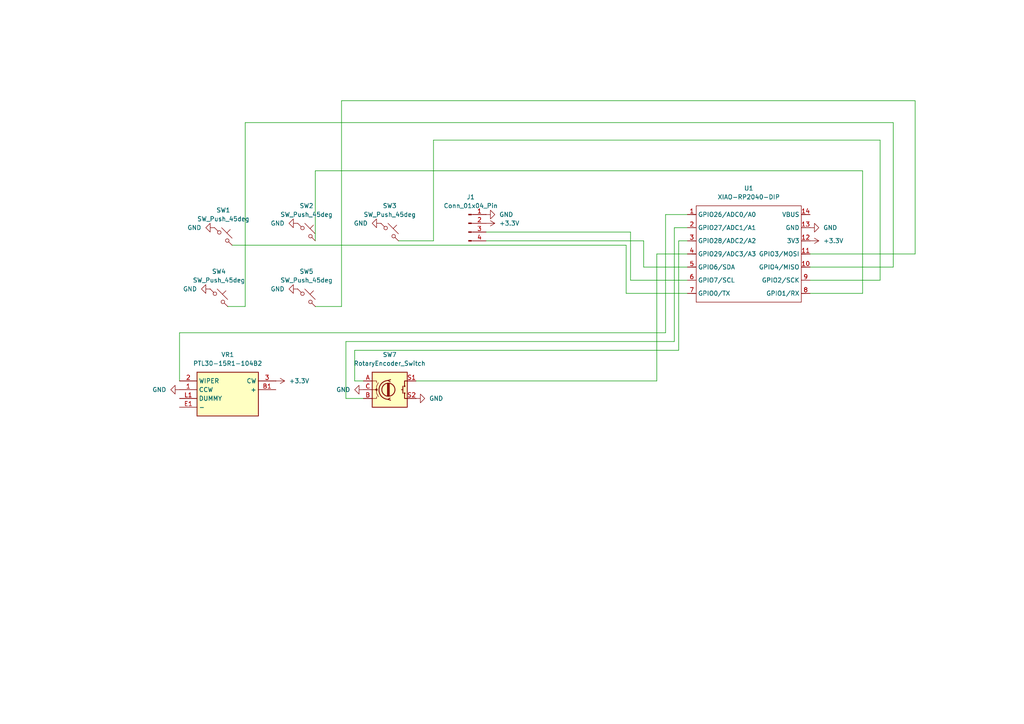
<source format=kicad_sch>
(kicad_sch
	(version 20250114)
	(generator "eeschema")
	(generator_version "9.0")
	(uuid "0bcc4599-ac5f-4008-9ebc-203a7c35b57e")
	(paper "A4")
	(lib_symbols
		(symbol "Connector:Conn_01x04_Pin"
			(pin_names
				(offset 1.016)
				(hide yes)
			)
			(exclude_from_sim no)
			(in_bom yes)
			(on_board yes)
			(property "Reference" "J"
				(at 0 5.08 0)
				(effects
					(font
						(size 1.27 1.27)
					)
				)
			)
			(property "Value" "Conn_01x04_Pin"
				(at 0 -7.62 0)
				(effects
					(font
						(size 1.27 1.27)
					)
				)
			)
			(property "Footprint" ""
				(at 0 0 0)
				(effects
					(font
						(size 1.27 1.27)
					)
					(hide yes)
				)
			)
			(property "Datasheet" "~"
				(at 0 0 0)
				(effects
					(font
						(size 1.27 1.27)
					)
					(hide yes)
				)
			)
			(property "Description" "Generic connector, single row, 01x04, script generated"
				(at 0 0 0)
				(effects
					(font
						(size 1.27 1.27)
					)
					(hide yes)
				)
			)
			(property "ki_locked" ""
				(at 0 0 0)
				(effects
					(font
						(size 1.27 1.27)
					)
				)
			)
			(property "ki_keywords" "connector"
				(at 0 0 0)
				(effects
					(font
						(size 1.27 1.27)
					)
					(hide yes)
				)
			)
			(property "ki_fp_filters" "Connector*:*_1x??_*"
				(at 0 0 0)
				(effects
					(font
						(size 1.27 1.27)
					)
					(hide yes)
				)
			)
			(symbol "Conn_01x04_Pin_1_1"
				(rectangle
					(start 0.8636 2.667)
					(end 0 2.413)
					(stroke
						(width 0.1524)
						(type default)
					)
					(fill
						(type outline)
					)
				)
				(rectangle
					(start 0.8636 0.127)
					(end 0 -0.127)
					(stroke
						(width 0.1524)
						(type default)
					)
					(fill
						(type outline)
					)
				)
				(rectangle
					(start 0.8636 -2.413)
					(end 0 -2.667)
					(stroke
						(width 0.1524)
						(type default)
					)
					(fill
						(type outline)
					)
				)
				(rectangle
					(start 0.8636 -4.953)
					(end 0 -5.207)
					(stroke
						(width 0.1524)
						(type default)
					)
					(fill
						(type outline)
					)
				)
				(polyline
					(pts
						(xy 1.27 2.54) (xy 0.8636 2.54)
					)
					(stroke
						(width 0.1524)
						(type default)
					)
					(fill
						(type none)
					)
				)
				(polyline
					(pts
						(xy 1.27 0) (xy 0.8636 0)
					)
					(stroke
						(width 0.1524)
						(type default)
					)
					(fill
						(type none)
					)
				)
				(polyline
					(pts
						(xy 1.27 -2.54) (xy 0.8636 -2.54)
					)
					(stroke
						(width 0.1524)
						(type default)
					)
					(fill
						(type none)
					)
				)
				(polyline
					(pts
						(xy 1.27 -5.08) (xy 0.8636 -5.08)
					)
					(stroke
						(width 0.1524)
						(type default)
					)
					(fill
						(type none)
					)
				)
				(pin passive line
					(at 5.08 2.54 180)
					(length 3.81)
					(name "Pin_1"
						(effects
							(font
								(size 1.27 1.27)
							)
						)
					)
					(number "1"
						(effects
							(font
								(size 1.27 1.27)
							)
						)
					)
				)
				(pin passive line
					(at 5.08 0 180)
					(length 3.81)
					(name "Pin_2"
						(effects
							(font
								(size 1.27 1.27)
							)
						)
					)
					(number "2"
						(effects
							(font
								(size 1.27 1.27)
							)
						)
					)
				)
				(pin passive line
					(at 5.08 -2.54 180)
					(length 3.81)
					(name "Pin_3"
						(effects
							(font
								(size 1.27 1.27)
							)
						)
					)
					(number "3"
						(effects
							(font
								(size 1.27 1.27)
							)
						)
					)
				)
				(pin passive line
					(at 5.08 -5.08 180)
					(length 3.81)
					(name "Pin_4"
						(effects
							(font
								(size 1.27 1.27)
							)
						)
					)
					(number "4"
						(effects
							(font
								(size 1.27 1.27)
							)
						)
					)
				)
			)
			(embedded_fonts no)
		)
		(symbol "Device:RotaryEncoder_Switch"
			(pin_names
				(offset 0.254)
				(hide yes)
			)
			(exclude_from_sim no)
			(in_bom yes)
			(on_board yes)
			(property "Reference" "SW"
				(at 0 6.604 0)
				(effects
					(font
						(size 1.27 1.27)
					)
				)
			)
			(property "Value" "RotaryEncoder_Switch"
				(at 0 -6.604 0)
				(effects
					(font
						(size 1.27 1.27)
					)
				)
			)
			(property "Footprint" ""
				(at -3.81 4.064 0)
				(effects
					(font
						(size 1.27 1.27)
					)
					(hide yes)
				)
			)
			(property "Datasheet" "~"
				(at 0 6.604 0)
				(effects
					(font
						(size 1.27 1.27)
					)
					(hide yes)
				)
			)
			(property "Description" "Rotary encoder, dual channel, incremental quadrate outputs, with switch"
				(at 0 0 0)
				(effects
					(font
						(size 1.27 1.27)
					)
					(hide yes)
				)
			)
			(property "ki_keywords" "rotary switch encoder switch push button"
				(at 0 0 0)
				(effects
					(font
						(size 1.27 1.27)
					)
					(hide yes)
				)
			)
			(property "ki_fp_filters" "RotaryEncoder*Switch*"
				(at 0 0 0)
				(effects
					(font
						(size 1.27 1.27)
					)
					(hide yes)
				)
			)
			(symbol "RotaryEncoder_Switch_0_1"
				(rectangle
					(start -5.08 5.08)
					(end 5.08 -5.08)
					(stroke
						(width 0.254)
						(type default)
					)
					(fill
						(type background)
					)
				)
				(polyline
					(pts
						(xy -5.08 2.54) (xy -3.81 2.54) (xy -3.81 2.032)
					)
					(stroke
						(width 0)
						(type default)
					)
					(fill
						(type none)
					)
				)
				(polyline
					(pts
						(xy -5.08 0) (xy -3.81 0) (xy -3.81 -1.016) (xy -3.302 -2.032)
					)
					(stroke
						(width 0)
						(type default)
					)
					(fill
						(type none)
					)
				)
				(polyline
					(pts
						(xy -5.08 -2.54) (xy -3.81 -2.54) (xy -3.81 -2.032)
					)
					(stroke
						(width 0)
						(type default)
					)
					(fill
						(type none)
					)
				)
				(polyline
					(pts
						(xy -4.318 0) (xy -3.81 0) (xy -3.81 1.016) (xy -3.302 2.032)
					)
					(stroke
						(width 0)
						(type default)
					)
					(fill
						(type none)
					)
				)
				(circle
					(center -3.81 0)
					(radius 0.254)
					(stroke
						(width 0)
						(type default)
					)
					(fill
						(type outline)
					)
				)
				(polyline
					(pts
						(xy -0.635 -1.778) (xy -0.635 1.778)
					)
					(stroke
						(width 0.254)
						(type default)
					)
					(fill
						(type none)
					)
				)
				(circle
					(center -0.381 0)
					(radius 1.905)
					(stroke
						(width 0.254)
						(type default)
					)
					(fill
						(type none)
					)
				)
				(polyline
					(pts
						(xy -0.381 -1.778) (xy -0.381 1.778)
					)
					(stroke
						(width 0.254)
						(type default)
					)
					(fill
						(type none)
					)
				)
				(arc
					(start -0.381 -2.794)
					(mid -3.0988 -0.0635)
					(end -0.381 2.667)
					(stroke
						(width 0.254)
						(type default)
					)
					(fill
						(type none)
					)
				)
				(polyline
					(pts
						(xy -0.127 1.778) (xy -0.127 -1.778)
					)
					(stroke
						(width 0.254)
						(type default)
					)
					(fill
						(type none)
					)
				)
				(polyline
					(pts
						(xy 0.254 2.921) (xy -0.508 2.667) (xy 0.127 2.286)
					)
					(stroke
						(width 0.254)
						(type default)
					)
					(fill
						(type none)
					)
				)
				(polyline
					(pts
						(xy 0.254 -3.048) (xy -0.508 -2.794) (xy 0.127 -2.413)
					)
					(stroke
						(width 0.254)
						(type default)
					)
					(fill
						(type none)
					)
				)
				(polyline
					(pts
						(xy 3.81 1.016) (xy 3.81 -1.016)
					)
					(stroke
						(width 0.254)
						(type default)
					)
					(fill
						(type none)
					)
				)
				(polyline
					(pts
						(xy 3.81 0) (xy 3.429 0)
					)
					(stroke
						(width 0.254)
						(type default)
					)
					(fill
						(type none)
					)
				)
				(circle
					(center 4.318 1.016)
					(radius 0.127)
					(stroke
						(width 0.254)
						(type default)
					)
					(fill
						(type none)
					)
				)
				(circle
					(center 4.318 -1.016)
					(radius 0.127)
					(stroke
						(width 0.254)
						(type default)
					)
					(fill
						(type none)
					)
				)
				(polyline
					(pts
						(xy 5.08 2.54) (xy 4.318 2.54) (xy 4.318 1.016)
					)
					(stroke
						(width 0.254)
						(type default)
					)
					(fill
						(type none)
					)
				)
				(polyline
					(pts
						(xy 5.08 -2.54) (xy 4.318 -2.54) (xy 4.318 -1.016)
					)
					(stroke
						(width 0.254)
						(type default)
					)
					(fill
						(type none)
					)
				)
			)
			(symbol "RotaryEncoder_Switch_1_1"
				(pin passive line
					(at -7.62 2.54 0)
					(length 2.54)
					(name "A"
						(effects
							(font
								(size 1.27 1.27)
							)
						)
					)
					(number "A"
						(effects
							(font
								(size 1.27 1.27)
							)
						)
					)
				)
				(pin passive line
					(at -7.62 0 0)
					(length 2.54)
					(name "C"
						(effects
							(font
								(size 1.27 1.27)
							)
						)
					)
					(number "C"
						(effects
							(font
								(size 1.27 1.27)
							)
						)
					)
				)
				(pin passive line
					(at -7.62 -2.54 0)
					(length 2.54)
					(name "B"
						(effects
							(font
								(size 1.27 1.27)
							)
						)
					)
					(number "B"
						(effects
							(font
								(size 1.27 1.27)
							)
						)
					)
				)
				(pin passive line
					(at 7.62 2.54 180)
					(length 2.54)
					(name "S1"
						(effects
							(font
								(size 1.27 1.27)
							)
						)
					)
					(number "S1"
						(effects
							(font
								(size 1.27 1.27)
							)
						)
					)
				)
				(pin passive line
					(at 7.62 -2.54 180)
					(length 2.54)
					(name "S2"
						(effects
							(font
								(size 1.27 1.27)
							)
						)
					)
					(number "S2"
						(effects
							(font
								(size 1.27 1.27)
							)
						)
					)
				)
			)
			(embedded_fonts no)
		)
		(symbol "Switch:SW_Push_45deg"
			(pin_numbers
				(hide yes)
			)
			(pin_names
				(offset 1.016)
				(hide yes)
			)
			(exclude_from_sim no)
			(in_bom yes)
			(on_board yes)
			(property "Reference" "SW"
				(at 3.048 1.016 0)
				(effects
					(font
						(size 1.27 1.27)
					)
					(justify left)
				)
			)
			(property "Value" "SW_Push_45deg"
				(at 0 -3.81 0)
				(effects
					(font
						(size 1.27 1.27)
					)
				)
			)
			(property "Footprint" ""
				(at 0 0 0)
				(effects
					(font
						(size 1.27 1.27)
					)
					(hide yes)
				)
			)
			(property "Datasheet" "~"
				(at 0 0 0)
				(effects
					(font
						(size 1.27 1.27)
					)
					(hide yes)
				)
			)
			(property "Description" "Push button switch, normally open, two pins, 45° tilted"
				(at 0 0 0)
				(effects
					(font
						(size 1.27 1.27)
					)
					(hide yes)
				)
			)
			(property "ki_keywords" "switch normally-open pushbutton push-button"
				(at 0 0 0)
				(effects
					(font
						(size 1.27 1.27)
					)
					(hide yes)
				)
			)
			(symbol "SW_Push_45deg_0_1"
				(polyline
					(pts
						(xy -2.54 2.54) (xy -1.524 1.524) (xy -1.524 1.524)
					)
					(stroke
						(width 0)
						(type default)
					)
					(fill
						(type none)
					)
				)
				(circle
					(center -1.1684 1.1684)
					(radius 0.508)
					(stroke
						(width 0)
						(type default)
					)
					(fill
						(type none)
					)
				)
				(polyline
					(pts
						(xy -0.508 2.54) (xy 2.54 -0.508)
					)
					(stroke
						(width 0)
						(type default)
					)
					(fill
						(type none)
					)
				)
				(polyline
					(pts
						(xy 1.016 1.016) (xy 2.032 2.032)
					)
					(stroke
						(width 0)
						(type default)
					)
					(fill
						(type none)
					)
				)
				(circle
					(center 1.143 -1.1938)
					(radius 0.508)
					(stroke
						(width 0)
						(type default)
					)
					(fill
						(type none)
					)
				)
				(polyline
					(pts
						(xy 1.524 -1.524) (xy 2.54 -2.54) (xy 2.54 -2.54) (xy 2.54 -2.54)
					)
					(stroke
						(width 0)
						(type default)
					)
					(fill
						(type none)
					)
				)
				(pin passive line
					(at -2.54 2.54 0)
					(length 0)
					(name "1"
						(effects
							(font
								(size 1.27 1.27)
							)
						)
					)
					(number "1"
						(effects
							(font
								(size 1.27 1.27)
							)
						)
					)
				)
				(pin passive line
					(at 2.54 -2.54 180)
					(length 0)
					(name "2"
						(effects
							(font
								(size 1.27 1.27)
							)
						)
					)
					(number "2"
						(effects
							(font
								(size 1.27 1.27)
							)
						)
					)
				)
			)
			(embedded_fonts no)
		)
		(symbol "pot:PTL30-15R1-104B2"
			(exclude_from_sim no)
			(in_bom yes)
			(on_board yes)
			(property "Reference" "VR"
				(at 24.13 7.62 0)
				(effects
					(font
						(size 1.27 1.27)
					)
					(justify left top)
				)
			)
			(property "Value" "PTL30-15R1-104B2"
				(at 24.13 5.08 0)
				(effects
					(font
						(size 1.27 1.27)
					)
					(justify left top)
				)
			)
			(property "Footprint" "PTL3015R1104B2"
				(at 24.13 -94.92 0)
				(effects
					(font
						(size 1.27 1.27)
					)
					(justify left top)
					(hide yes)
				)
			)
			(property "Datasheet" "https://www.bourns.com/docs/Product-Datasheets/PTL.pdf"
				(at 24.13 -194.92 0)
				(effects
					(font
						(size 1.27 1.27)
					)
					(justify left top)
					(hide yes)
				)
			)
			(property "Description" "100 kOhms 0.1W, 1/10W Through Hole Slide Potentiometer Top Adjustment Type"
				(at 0 0 0)
				(effects
					(font
						(size 1.27 1.27)
					)
					(hide yes)
				)
			)
			(property "Height" "23"
				(at 24.13 -394.92 0)
				(effects
					(font
						(size 1.27 1.27)
					)
					(justify left top)
					(hide yes)
				)
			)
			(property "Mouser Part Number" "652-PTL30-15R1-104B2"
				(at 24.13 -494.92 0)
				(effects
					(font
						(size 1.27 1.27)
					)
					(justify left top)
					(hide yes)
				)
			)
			(property "Mouser Price/Stock" "https://www.mouser.co.uk/ProductDetail/Bourns/PTL30-15R1-104B2?qs=b8viKDOLiXZRUw8o0OtIKw%3D%3D"
				(at 24.13 -594.92 0)
				(effects
					(font
						(size 1.27 1.27)
					)
					(justify left top)
					(hide yes)
				)
			)
			(property "Manufacturer_Name" "Bourns"
				(at 24.13 -694.92 0)
				(effects
					(font
						(size 1.27 1.27)
					)
					(justify left top)
					(hide yes)
				)
			)
			(property "Manufacturer_Part_Number" "PTL30-15R1-104B2"
				(at 24.13 -794.92 0)
				(effects
					(font
						(size 1.27 1.27)
					)
					(justify left top)
					(hide yes)
				)
			)
			(symbol "PTL30-15R1-104B2_1_1"
				(rectangle
					(start 5.08 2.54)
					(end 22.86 -10.16)
					(stroke
						(width 0.254)
						(type default)
					)
					(fill
						(type background)
					)
				)
				(pin passive line
					(at 0 0 0)
					(length 5.08)
					(name "WIPER"
						(effects
							(font
								(size 1.27 1.27)
							)
						)
					)
					(number "2"
						(effects
							(font
								(size 1.27 1.27)
							)
						)
					)
				)
				(pin passive line
					(at 0 -2.54 0)
					(length 5.08)
					(name "CCW"
						(effects
							(font
								(size 1.27 1.27)
							)
						)
					)
					(number "1"
						(effects
							(font
								(size 1.27 1.27)
							)
						)
					)
				)
				(pin passive line
					(at 0 -5.08 0)
					(length 5.08)
					(name "DUMMY"
						(effects
							(font
								(size 1.27 1.27)
							)
						)
					)
					(number "L1"
						(effects
							(font
								(size 1.27 1.27)
							)
						)
					)
				)
				(pin passive line
					(at 0 -7.62 0)
					(length 5.08)
					(name "-"
						(effects
							(font
								(size 1.27 1.27)
							)
						)
					)
					(number "E1"
						(effects
							(font
								(size 1.27 1.27)
							)
						)
					)
				)
				(pin passive line
					(at 27.94 0 180)
					(length 5.08)
					(name "CW"
						(effects
							(font
								(size 1.27 1.27)
							)
						)
					)
					(number "3"
						(effects
							(font
								(size 1.27 1.27)
							)
						)
					)
				)
				(pin passive line
					(at 27.94 -2.54 180)
					(length 5.08)
					(name "+"
						(effects
							(font
								(size 1.27 1.27)
							)
						)
					)
					(number "B1"
						(effects
							(font
								(size 1.27 1.27)
							)
						)
					)
				)
			)
			(embedded_fonts no)
		)
		(symbol "power:+3.3V"
			(power)
			(pin_numbers
				(hide yes)
			)
			(pin_names
				(offset 0)
				(hide yes)
			)
			(exclude_from_sim no)
			(in_bom yes)
			(on_board yes)
			(property "Reference" "#PWR"
				(at 0 -3.81 0)
				(effects
					(font
						(size 1.27 1.27)
					)
					(hide yes)
				)
			)
			(property "Value" "+3.3V"
				(at 0 3.556 0)
				(effects
					(font
						(size 1.27 1.27)
					)
				)
			)
			(property "Footprint" ""
				(at 0 0 0)
				(effects
					(font
						(size 1.27 1.27)
					)
					(hide yes)
				)
			)
			(property "Datasheet" ""
				(at 0 0 0)
				(effects
					(font
						(size 1.27 1.27)
					)
					(hide yes)
				)
			)
			(property "Description" "Power symbol creates a global label with name \"+3.3V\""
				(at 0 0 0)
				(effects
					(font
						(size 1.27 1.27)
					)
					(hide yes)
				)
			)
			(property "ki_keywords" "global power"
				(at 0 0 0)
				(effects
					(font
						(size 1.27 1.27)
					)
					(hide yes)
				)
			)
			(symbol "+3.3V_0_1"
				(polyline
					(pts
						(xy -0.762 1.27) (xy 0 2.54)
					)
					(stroke
						(width 0)
						(type default)
					)
					(fill
						(type none)
					)
				)
				(polyline
					(pts
						(xy 0 2.54) (xy 0.762 1.27)
					)
					(stroke
						(width 0)
						(type default)
					)
					(fill
						(type none)
					)
				)
				(polyline
					(pts
						(xy 0 0) (xy 0 2.54)
					)
					(stroke
						(width 0)
						(type default)
					)
					(fill
						(type none)
					)
				)
			)
			(symbol "+3.3V_1_1"
				(pin power_in line
					(at 0 0 90)
					(length 0)
					(name "~"
						(effects
							(font
								(size 1.27 1.27)
							)
						)
					)
					(number "1"
						(effects
							(font
								(size 1.27 1.27)
							)
						)
					)
				)
			)
			(embedded_fonts no)
		)
		(symbol "power:GND"
			(power)
			(pin_numbers
				(hide yes)
			)
			(pin_names
				(offset 0)
				(hide yes)
			)
			(exclude_from_sim no)
			(in_bom yes)
			(on_board yes)
			(property "Reference" "#PWR"
				(at 0 -6.35 0)
				(effects
					(font
						(size 1.27 1.27)
					)
					(hide yes)
				)
			)
			(property "Value" "GND"
				(at 0 -3.81 0)
				(effects
					(font
						(size 1.27 1.27)
					)
				)
			)
			(property "Footprint" ""
				(at 0 0 0)
				(effects
					(font
						(size 1.27 1.27)
					)
					(hide yes)
				)
			)
			(property "Datasheet" ""
				(at 0 0 0)
				(effects
					(font
						(size 1.27 1.27)
					)
					(hide yes)
				)
			)
			(property "Description" "Power symbol creates a global label with name \"GND\" , ground"
				(at 0 0 0)
				(effects
					(font
						(size 1.27 1.27)
					)
					(hide yes)
				)
			)
			(property "ki_keywords" "global power"
				(at 0 0 0)
				(effects
					(font
						(size 1.27 1.27)
					)
					(hide yes)
				)
			)
			(symbol "GND_0_1"
				(polyline
					(pts
						(xy 0 0) (xy 0 -1.27) (xy 1.27 -1.27) (xy 0 -2.54) (xy -1.27 -1.27) (xy 0 -1.27)
					)
					(stroke
						(width 0)
						(type default)
					)
					(fill
						(type none)
					)
				)
			)
			(symbol "GND_1_1"
				(pin power_in line
					(at 0 0 270)
					(length 0)
					(name "~"
						(effects
							(font
								(size 1.27 1.27)
							)
						)
					)
					(number "1"
						(effects
							(font
								(size 1.27 1.27)
							)
						)
					)
				)
			)
			(embedded_fonts no)
		)
		(symbol "seeed:XIAO-RP2040-DIP"
			(exclude_from_sim no)
			(in_bom yes)
			(on_board yes)
			(property "Reference" "U"
				(at 0 0 0)
				(effects
					(font
						(size 1.27 1.27)
					)
				)
			)
			(property "Value" "XIAO-RP2040-DIP"
				(at 5.334 -1.778 0)
				(effects
					(font
						(size 1.27 1.27)
					)
				)
			)
			(property "Footprint" "Module:MOUDLE14P-XIAO-DIP-SMD"
				(at 14.478 -32.258 0)
				(effects
					(font
						(size 1.27 1.27)
					)
					(hide yes)
				)
			)
			(property "Datasheet" ""
				(at 0 0 0)
				(effects
					(font
						(size 1.27 1.27)
					)
					(hide yes)
				)
			)
			(property "Description" ""
				(at 0 0 0)
				(effects
					(font
						(size 1.27 1.27)
					)
					(hide yes)
				)
			)
			(symbol "XIAO-RP2040-DIP_1_0"
				(polyline
					(pts
						(xy -1.27 -2.54) (xy 29.21 -2.54)
					)
					(stroke
						(width 0.1524)
						(type solid)
					)
					(fill
						(type none)
					)
				)
				(polyline
					(pts
						(xy -1.27 -5.08) (xy -2.54 -5.08)
					)
					(stroke
						(width 0.1524)
						(type solid)
					)
					(fill
						(type none)
					)
				)
				(polyline
					(pts
						(xy -1.27 -5.08) (xy -1.27 -2.54)
					)
					(stroke
						(width 0.1524)
						(type solid)
					)
					(fill
						(type none)
					)
				)
				(polyline
					(pts
						(xy -1.27 -8.89) (xy -2.54 -8.89)
					)
					(stroke
						(width 0.1524)
						(type solid)
					)
					(fill
						(type none)
					)
				)
				(polyline
					(pts
						(xy -1.27 -8.89) (xy -1.27 -5.08)
					)
					(stroke
						(width 0.1524)
						(type solid)
					)
					(fill
						(type none)
					)
				)
				(polyline
					(pts
						(xy -1.27 -12.7) (xy -2.54 -12.7)
					)
					(stroke
						(width 0.1524)
						(type solid)
					)
					(fill
						(type none)
					)
				)
				(polyline
					(pts
						(xy -1.27 -12.7) (xy -1.27 -8.89)
					)
					(stroke
						(width 0.1524)
						(type solid)
					)
					(fill
						(type none)
					)
				)
				(polyline
					(pts
						(xy -1.27 -16.51) (xy -2.54 -16.51)
					)
					(stroke
						(width 0.1524)
						(type solid)
					)
					(fill
						(type none)
					)
				)
				(polyline
					(pts
						(xy -1.27 -16.51) (xy -1.27 -12.7)
					)
					(stroke
						(width 0.1524)
						(type solid)
					)
					(fill
						(type none)
					)
				)
				(polyline
					(pts
						(xy -1.27 -20.32) (xy -2.54 -20.32)
					)
					(stroke
						(width 0.1524)
						(type solid)
					)
					(fill
						(type none)
					)
				)
				(polyline
					(pts
						(xy -1.27 -24.13) (xy -2.54 -24.13)
					)
					(stroke
						(width 0.1524)
						(type solid)
					)
					(fill
						(type none)
					)
				)
				(polyline
					(pts
						(xy -1.27 -27.94) (xy -2.54 -27.94)
					)
					(stroke
						(width 0.1524)
						(type solid)
					)
					(fill
						(type none)
					)
				)
				(polyline
					(pts
						(xy -1.27 -30.48) (xy -1.27 -16.51)
					)
					(stroke
						(width 0.1524)
						(type solid)
					)
					(fill
						(type none)
					)
				)
				(polyline
					(pts
						(xy 29.21 -2.54) (xy 29.21 -5.08)
					)
					(stroke
						(width 0.1524)
						(type solid)
					)
					(fill
						(type none)
					)
				)
				(polyline
					(pts
						(xy 29.21 -5.08) (xy 29.21 -8.89)
					)
					(stroke
						(width 0.1524)
						(type solid)
					)
					(fill
						(type none)
					)
				)
				(polyline
					(pts
						(xy 29.21 -8.89) (xy 29.21 -12.7)
					)
					(stroke
						(width 0.1524)
						(type solid)
					)
					(fill
						(type none)
					)
				)
				(polyline
					(pts
						(xy 29.21 -12.7) (xy 29.21 -30.48)
					)
					(stroke
						(width 0.1524)
						(type solid)
					)
					(fill
						(type none)
					)
				)
				(polyline
					(pts
						(xy 29.21 -30.48) (xy -1.27 -30.48)
					)
					(stroke
						(width 0.1524)
						(type solid)
					)
					(fill
						(type none)
					)
				)
				(polyline
					(pts
						(xy 30.48 -5.08) (xy 29.21 -5.08)
					)
					(stroke
						(width 0.1524)
						(type solid)
					)
					(fill
						(type none)
					)
				)
				(polyline
					(pts
						(xy 30.48 -8.89) (xy 29.21 -8.89)
					)
					(stroke
						(width 0.1524)
						(type solid)
					)
					(fill
						(type none)
					)
				)
				(polyline
					(pts
						(xy 30.48 -12.7) (xy 29.21 -12.7)
					)
					(stroke
						(width 0.1524)
						(type solid)
					)
					(fill
						(type none)
					)
				)
				(polyline
					(pts
						(xy 30.48 -16.51) (xy 29.21 -16.51)
					)
					(stroke
						(width 0.1524)
						(type solid)
					)
					(fill
						(type none)
					)
				)
				(polyline
					(pts
						(xy 30.48 -20.32) (xy 29.21 -20.32)
					)
					(stroke
						(width 0.1524)
						(type solid)
					)
					(fill
						(type none)
					)
				)
				(polyline
					(pts
						(xy 30.48 -24.13) (xy 29.21 -24.13)
					)
					(stroke
						(width 0.1524)
						(type solid)
					)
					(fill
						(type none)
					)
				)
				(polyline
					(pts
						(xy 30.48 -27.94) (xy 29.21 -27.94)
					)
					(stroke
						(width 0.1524)
						(type solid)
					)
					(fill
						(type none)
					)
				)
				(pin passive line
					(at -3.81 -5.08 0)
					(length 2.54)
					(name "GPIO26/ADC0/A0"
						(effects
							(font
								(size 1.27 1.27)
							)
						)
					)
					(number "1"
						(effects
							(font
								(size 1.27 1.27)
							)
						)
					)
				)
				(pin passive line
					(at -3.81 -8.89 0)
					(length 2.54)
					(name "GPIO27/ADC1/A1"
						(effects
							(font
								(size 1.27 1.27)
							)
						)
					)
					(number "2"
						(effects
							(font
								(size 1.27 1.27)
							)
						)
					)
				)
				(pin passive line
					(at -3.81 -12.7 0)
					(length 2.54)
					(name "GPIO28/ADC2/A2"
						(effects
							(font
								(size 1.27 1.27)
							)
						)
					)
					(number "3"
						(effects
							(font
								(size 1.27 1.27)
							)
						)
					)
				)
				(pin passive line
					(at -3.81 -16.51 0)
					(length 2.54)
					(name "GPIO29/ADC3/A3"
						(effects
							(font
								(size 1.27 1.27)
							)
						)
					)
					(number "4"
						(effects
							(font
								(size 1.27 1.27)
							)
						)
					)
				)
				(pin passive line
					(at -3.81 -20.32 0)
					(length 2.54)
					(name "GPIO6/SDA"
						(effects
							(font
								(size 1.27 1.27)
							)
						)
					)
					(number "5"
						(effects
							(font
								(size 1.27 1.27)
							)
						)
					)
				)
				(pin passive line
					(at -3.81 -24.13 0)
					(length 2.54)
					(name "GPIO7/SCL"
						(effects
							(font
								(size 1.27 1.27)
							)
						)
					)
					(number "6"
						(effects
							(font
								(size 1.27 1.27)
							)
						)
					)
				)
				(pin passive line
					(at -3.81 -27.94 0)
					(length 2.54)
					(name "GPIO0/TX"
						(effects
							(font
								(size 1.27 1.27)
							)
						)
					)
					(number "7"
						(effects
							(font
								(size 1.27 1.27)
							)
						)
					)
				)
				(pin passive line
					(at 31.75 -5.08 180)
					(length 2.54)
					(name "VBUS"
						(effects
							(font
								(size 1.27 1.27)
							)
						)
					)
					(number "14"
						(effects
							(font
								(size 1.27 1.27)
							)
						)
					)
				)
				(pin passive line
					(at 31.75 -8.89 180)
					(length 2.54)
					(name "GND"
						(effects
							(font
								(size 1.27 1.27)
							)
						)
					)
					(number "13"
						(effects
							(font
								(size 1.27 1.27)
							)
						)
					)
				)
				(pin passive line
					(at 31.75 -12.7 180)
					(length 2.54)
					(name "3V3"
						(effects
							(font
								(size 1.27 1.27)
							)
						)
					)
					(number "12"
						(effects
							(font
								(size 1.27 1.27)
							)
						)
					)
				)
				(pin passive line
					(at 31.75 -16.51 180)
					(length 2.54)
					(name "GPIO3/MOSI"
						(effects
							(font
								(size 1.27 1.27)
							)
						)
					)
					(number "11"
						(effects
							(font
								(size 1.27 1.27)
							)
						)
					)
				)
				(pin passive line
					(at 31.75 -20.32 180)
					(length 2.54)
					(name "GPIO4/MISO"
						(effects
							(font
								(size 1.27 1.27)
							)
						)
					)
					(number "10"
						(effects
							(font
								(size 1.27 1.27)
							)
						)
					)
				)
				(pin passive line
					(at 31.75 -24.13 180)
					(length 2.54)
					(name "GPIO2/SCK"
						(effects
							(font
								(size 1.27 1.27)
							)
						)
					)
					(number "9"
						(effects
							(font
								(size 1.27 1.27)
							)
						)
					)
				)
				(pin passive line
					(at 31.75 -27.94 180)
					(length 2.54)
					(name "GPIO1/RX"
						(effects
							(font
								(size 1.27 1.27)
							)
						)
					)
					(number "8"
						(effects
							(font
								(size 1.27 1.27)
							)
						)
					)
				)
			)
			(embedded_fonts no)
		)
	)
	(wire
		(pts
			(xy 71.12 35.56) (xy 259.08 35.56)
		)
		(stroke
			(width 0)
			(type default)
		)
		(uuid "0c6f8933-caab-4b7a-8371-8b331482c7d8")
	)
	(wire
		(pts
			(xy 265.43 73.66) (xy 234.95 73.66)
		)
		(stroke
			(width 0)
			(type default)
		)
		(uuid "0d010ce1-bd96-4565-97a6-bad24120f262")
	)
	(wire
		(pts
			(xy 193.04 62.23) (xy 199.39 62.23)
		)
		(stroke
			(width 0)
			(type default)
		)
		(uuid "0f41f31e-5415-4e07-bf87-00ac579df17e")
	)
	(wire
		(pts
			(xy 196.85 69.85) (xy 199.39 69.85)
		)
		(stroke
			(width 0)
			(type default)
		)
		(uuid "22c625cc-d7cd-44f2-a70a-b06b2e84212c")
	)
	(wire
		(pts
			(xy 99.06 88.9) (xy 99.06 29.21)
		)
		(stroke
			(width 0)
			(type default)
		)
		(uuid "2722c30e-f9e0-4cf3-86e8-1375f9e9b5c6")
	)
	(wire
		(pts
			(xy 120.65 110.49) (xy 190.5 110.49)
		)
		(stroke
			(width 0)
			(type default)
		)
		(uuid "2b3a880a-3c2e-428f-80e8-53d0687c6d21")
	)
	(wire
		(pts
			(xy 125.73 40.64) (xy 255.27 40.64)
		)
		(stroke
			(width 0)
			(type default)
		)
		(uuid "2f3bc970-0689-40d6-bf5a-b00713063777")
	)
	(wire
		(pts
			(xy 181.61 85.09) (xy 199.39 85.09)
		)
		(stroke
			(width 0)
			(type default)
		)
		(uuid "3e311221-aa14-4ddd-bc16-c5666f0f8fbc")
	)
	(wire
		(pts
			(xy 102.87 110.49) (xy 102.87 101.6)
		)
		(stroke
			(width 0)
			(type default)
		)
		(uuid "3f917609-60e2-489b-a22b-067afcf8ce0c")
	)
	(wire
		(pts
			(xy 193.04 96.52) (xy 193.04 62.23)
		)
		(stroke
			(width 0)
			(type default)
		)
		(uuid "429d2010-457c-448e-abb0-d7adb527929e")
	)
	(wire
		(pts
			(xy 105.41 110.49) (xy 102.87 110.49)
		)
		(stroke
			(width 0)
			(type default)
		)
		(uuid "4306413b-d28f-48f7-b48e-0ca0bca26a83")
	)
	(wire
		(pts
			(xy 52.07 110.49) (xy 52.07 96.52)
		)
		(stroke
			(width 0)
			(type default)
		)
		(uuid "4d8e8237-81db-45d3-982e-91babd3b808e")
	)
	(wire
		(pts
			(xy 255.27 40.64) (xy 255.27 81.28)
		)
		(stroke
			(width 0)
			(type default)
		)
		(uuid "51e503fb-1543-4e40-b601-74a12bc3fdbd")
	)
	(wire
		(pts
			(xy 181.61 71.12) (xy 181.61 85.09)
		)
		(stroke
			(width 0)
			(type default)
		)
		(uuid "55241765-1146-470a-a3d4-28667c16ea4e")
	)
	(wire
		(pts
			(xy 91.44 88.9) (xy 99.06 88.9)
		)
		(stroke
			(width 0)
			(type default)
		)
		(uuid "59149a52-7b1a-4344-a2cd-f1b515c9b8ac")
	)
	(wire
		(pts
			(xy 100.33 99.06) (xy 195.58 99.06)
		)
		(stroke
			(width 0)
			(type default)
		)
		(uuid "603cc2ec-c928-4a99-a537-3536d61ba1db")
	)
	(wire
		(pts
			(xy 255.27 81.28) (xy 234.95 81.28)
		)
		(stroke
			(width 0)
			(type default)
		)
		(uuid "63d2f59f-2866-48be-aad4-c6cef2b2c8b2")
	)
	(wire
		(pts
			(xy 91.44 49.53) (xy 250.19 49.53)
		)
		(stroke
			(width 0)
			(type default)
		)
		(uuid "68958162-6cfb-4eda-b4b1-1d3faec06df7")
	)
	(wire
		(pts
			(xy 265.43 29.21) (xy 265.43 73.66)
		)
		(stroke
			(width 0)
			(type default)
		)
		(uuid "79bdb342-69b4-4c8e-b30a-5e5dc0051482")
	)
	(wire
		(pts
			(xy 115.57 69.85) (xy 125.73 69.85)
		)
		(stroke
			(width 0)
			(type default)
		)
		(uuid "7b988563-7485-4d86-ac8d-b416f3081726")
	)
	(wire
		(pts
			(xy 102.87 101.6) (xy 196.85 101.6)
		)
		(stroke
			(width 0)
			(type default)
		)
		(uuid "7f116961-6b83-4535-8bcb-7fea47be5409")
	)
	(wire
		(pts
			(xy 186.69 77.47) (xy 199.39 77.47)
		)
		(stroke
			(width 0)
			(type default)
		)
		(uuid "8aa0618e-c8ea-4505-97ea-00a0dc03e913")
	)
	(wire
		(pts
			(xy 140.97 67.31) (xy 182.88 67.31)
		)
		(stroke
			(width 0)
			(type default)
		)
		(uuid "8e44f68c-4ee1-43a3-9d61-50f568614c21")
	)
	(wire
		(pts
			(xy 182.88 81.28) (xy 199.39 81.28)
		)
		(stroke
			(width 0)
			(type default)
		)
		(uuid "9b0c147b-a733-4f6c-a48e-974448584b97")
	)
	(wire
		(pts
			(xy 190.5 110.49) (xy 190.5 73.66)
		)
		(stroke
			(width 0)
			(type default)
		)
		(uuid "9e881e1d-d85c-43e9-a0bf-a8c11c625eaf")
	)
	(wire
		(pts
			(xy 125.73 69.85) (xy 125.73 40.64)
		)
		(stroke
			(width 0)
			(type default)
		)
		(uuid "a81ed5c7-0dc4-4fbf-acc3-6e515d02f7cc")
	)
	(wire
		(pts
			(xy 52.07 96.52) (xy 193.04 96.52)
		)
		(stroke
			(width 0)
			(type default)
		)
		(uuid "aa39f571-04de-46a8-9d54-9bbdb697387f")
	)
	(wire
		(pts
			(xy 99.06 29.21) (xy 265.43 29.21)
		)
		(stroke
			(width 0)
			(type default)
		)
		(uuid "aaacffbf-382c-4083-aa32-1f0747c63ac3")
	)
	(wire
		(pts
			(xy 250.19 85.09) (xy 234.95 85.09)
		)
		(stroke
			(width 0)
			(type default)
		)
		(uuid "ab7ea0e0-ccc1-494b-a938-e21c01667a87")
	)
	(wire
		(pts
			(xy 67.31 71.12) (xy 181.61 71.12)
		)
		(stroke
			(width 0)
			(type default)
		)
		(uuid "adad4f48-21c6-4ca5-82d0-79f38cbf5146")
	)
	(wire
		(pts
			(xy 195.58 99.06) (xy 195.58 66.04)
		)
		(stroke
			(width 0)
			(type default)
		)
		(uuid "b3262dc3-5286-4ce7-9deb-69521c34d911")
	)
	(wire
		(pts
			(xy 105.41 115.57) (xy 100.33 115.57)
		)
		(stroke
			(width 0)
			(type default)
		)
		(uuid "b87ef261-a91e-4927-8cd0-71d808c148d0")
	)
	(wire
		(pts
			(xy 259.08 35.56) (xy 259.08 77.47)
		)
		(stroke
			(width 0)
			(type default)
		)
		(uuid "c061ff5d-7843-4608-b5d4-59b561efb79e")
	)
	(wire
		(pts
			(xy 182.88 67.31) (xy 182.88 81.28)
		)
		(stroke
			(width 0)
			(type default)
		)
		(uuid "c077e46b-28b2-4844-a467-c68253271b18")
	)
	(wire
		(pts
			(xy 259.08 77.47) (xy 234.95 77.47)
		)
		(stroke
			(width 0)
			(type default)
		)
		(uuid "c0a0b72c-f77f-44a4-b94d-24caddd3d094")
	)
	(wire
		(pts
			(xy 190.5 73.66) (xy 199.39 73.66)
		)
		(stroke
			(width 0)
			(type default)
		)
		(uuid "c65a893b-70c2-4f57-8f65-aee18d23d7eb")
	)
	(wire
		(pts
			(xy 71.12 88.9) (xy 71.12 35.56)
		)
		(stroke
			(width 0)
			(type default)
		)
		(uuid "c8d5bfc9-5318-4dac-9a81-99199b9e02b3")
	)
	(wire
		(pts
			(xy 196.85 101.6) (xy 196.85 69.85)
		)
		(stroke
			(width 0)
			(type default)
		)
		(uuid "ca3c148e-e2ba-42e7-b3b2-a75d7dfe5f2e")
	)
	(wire
		(pts
			(xy 195.58 66.04) (xy 199.39 66.04)
		)
		(stroke
			(width 0)
			(type default)
		)
		(uuid "ca9e1c92-80bd-4493-ad17-3c93b09563fa")
	)
	(wire
		(pts
			(xy 186.69 69.85) (xy 186.69 77.47)
		)
		(stroke
			(width 0)
			(type default)
		)
		(uuid "cda6a3a9-c324-4fe6-93f6-db2471b8bb78")
	)
	(wire
		(pts
			(xy 100.33 99.06) (xy 100.33 115.57)
		)
		(stroke
			(width 0)
			(type default)
		)
		(uuid "cff87ca3-a8dc-440e-b24e-6ec9a1b62512")
	)
	(wire
		(pts
			(xy 140.97 69.85) (xy 186.69 69.85)
		)
		(stroke
			(width 0)
			(type default)
		)
		(uuid "d4865a20-e94b-4c00-9625-fffe149fc0dc")
	)
	(wire
		(pts
			(xy 250.19 49.53) (xy 250.19 85.09)
		)
		(stroke
			(width 0)
			(type default)
		)
		(uuid "d842e4f0-434a-43ba-9ad7-68cf6915a710")
	)
	(wire
		(pts
			(xy 91.44 69.85) (xy 91.44 49.53)
		)
		(stroke
			(width 0)
			(type default)
		)
		(uuid "e05115bb-262c-4896-b6b7-296e1cd71372")
	)
	(wire
		(pts
			(xy 66.04 88.9) (xy 71.12 88.9)
		)
		(stroke
			(width 0)
			(type default)
		)
		(uuid "e9782b39-7ce1-499b-ad7c-2280133fc4b1")
	)
	(symbol
		(lib_id "power:GND")
		(at 86.36 83.82 270)
		(unit 1)
		(exclude_from_sim no)
		(in_bom yes)
		(on_board yes)
		(dnp no)
		(fields_autoplaced yes)
		(uuid "0f7970f4-2150-4956-a690-54049281a475")
		(property "Reference" "#PWR013"
			(at 80.01 83.82 0)
			(effects
				(font
					(size 1.27 1.27)
				)
				(hide yes)
			)
		)
		(property "Value" "GND"
			(at 82.55 83.8199 90)
			(effects
				(font
					(size 1.27 1.27)
				)
				(justify right)
			)
		)
		(property "Footprint" ""
			(at 86.36 83.82 0)
			(effects
				(font
					(size 1.27 1.27)
				)
				(hide yes)
			)
		)
		(property "Datasheet" ""
			(at 86.36 83.82 0)
			(effects
				(font
					(size 1.27 1.27)
				)
				(hide yes)
			)
		)
		(property "Description" "Power symbol creates a global label with name \"GND\" , ground"
			(at 86.36 83.82 0)
			(effects
				(font
					(size 1.27 1.27)
				)
				(hide yes)
			)
		)
		(pin "1"
			(uuid "d6794dd1-7d4a-423a-a80f-4fa490efd810")
		)
		(instances
			(project ""
				(path "/0bcc4599-ac5f-4008-9ebc-203a7c35b57e"
					(reference "#PWR013")
					(unit 1)
				)
			)
		)
	)
	(symbol
		(lib_id "power:GND")
		(at 52.07 113.03 270)
		(unit 1)
		(exclude_from_sim no)
		(in_bom yes)
		(on_board yes)
		(dnp no)
		(fields_autoplaced yes)
		(uuid "1b82daa9-2a98-449b-af03-254d14c2d6f6")
		(property "Reference" "#PWR01"
			(at 45.72 113.03 0)
			(effects
				(font
					(size 1.27 1.27)
				)
				(hide yes)
			)
		)
		(property "Value" "GND"
			(at 48.26 113.0299 90)
			(effects
				(font
					(size 1.27 1.27)
				)
				(justify right)
			)
		)
		(property "Footprint" ""
			(at 52.07 113.03 0)
			(effects
				(font
					(size 1.27 1.27)
				)
				(hide yes)
			)
		)
		(property "Datasheet" ""
			(at 52.07 113.03 0)
			(effects
				(font
					(size 1.27 1.27)
				)
				(hide yes)
			)
		)
		(property "Description" "Power symbol creates a global label with name \"GND\" , ground"
			(at 52.07 113.03 0)
			(effects
				(font
					(size 1.27 1.27)
				)
				(hide yes)
			)
		)
		(pin "1"
			(uuid "ca0ee580-024b-476f-a18b-447eaf0b3392")
		)
		(instances
			(project ""
				(path "/0bcc4599-ac5f-4008-9ebc-203a7c35b57e"
					(reference "#PWR01")
					(unit 1)
				)
			)
		)
	)
	(symbol
		(lib_id "power:GND")
		(at 120.65 115.57 90)
		(unit 1)
		(exclude_from_sim no)
		(in_bom yes)
		(on_board yes)
		(dnp no)
		(fields_autoplaced yes)
		(uuid "3554ed20-68e9-4409-a704-669229a146be")
		(property "Reference" "#PWR05"
			(at 127 115.57 0)
			(effects
				(font
					(size 1.27 1.27)
				)
				(hide yes)
			)
		)
		(property "Value" "GND"
			(at 124.46 115.5699 90)
			(effects
				(font
					(size 1.27 1.27)
				)
				(justify right)
			)
		)
		(property "Footprint" ""
			(at 120.65 115.57 0)
			(effects
				(font
					(size 1.27 1.27)
				)
				(hide yes)
			)
		)
		(property "Datasheet" ""
			(at 120.65 115.57 0)
			(effects
				(font
					(size 1.27 1.27)
				)
				(hide yes)
			)
		)
		(property "Description" "Power symbol creates a global label with name \"GND\" , ground"
			(at 120.65 115.57 0)
			(effects
				(font
					(size 1.27 1.27)
				)
				(hide yes)
			)
		)
		(pin "1"
			(uuid "d8c08018-065c-41db-af80-010f66c49163")
		)
		(instances
			(project "macropad"
				(path "/0bcc4599-ac5f-4008-9ebc-203a7c35b57e"
					(reference "#PWR05")
					(unit 1)
				)
			)
		)
	)
	(symbol
		(lib_id "power:GND")
		(at 105.41 113.03 270)
		(unit 1)
		(exclude_from_sim no)
		(in_bom yes)
		(on_board yes)
		(dnp no)
		(fields_autoplaced yes)
		(uuid "38f90203-14a5-47ac-b7a9-5c04ee5a856f")
		(property "Reference" "#PWR04"
			(at 99.06 113.03 0)
			(effects
				(font
					(size 1.27 1.27)
				)
				(hide yes)
			)
		)
		(property "Value" "GND"
			(at 101.6 113.0299 90)
			(effects
				(font
					(size 1.27 1.27)
				)
				(justify right)
			)
		)
		(property "Footprint" ""
			(at 105.41 113.03 0)
			(effects
				(font
					(size 1.27 1.27)
				)
				(hide yes)
			)
		)
		(property "Datasheet" ""
			(at 105.41 113.03 0)
			(effects
				(font
					(size 1.27 1.27)
				)
				(hide yes)
			)
		)
		(property "Description" "Power symbol creates a global label with name \"GND\" , ground"
			(at 105.41 113.03 0)
			(effects
				(font
					(size 1.27 1.27)
				)
				(hide yes)
			)
		)
		(pin "1"
			(uuid "412107dc-a347-4d41-87c4-78b19d547493")
		)
		(instances
			(project "macropad"
				(path "/0bcc4599-ac5f-4008-9ebc-203a7c35b57e"
					(reference "#PWR04")
					(unit 1)
				)
			)
		)
	)
	(symbol
		(lib_id "power:+3.3V")
		(at 234.95 69.85 270)
		(unit 1)
		(exclude_from_sim no)
		(in_bom yes)
		(on_board yes)
		(dnp no)
		(fields_autoplaced yes)
		(uuid "39155f2b-87ec-4847-8367-d9f33c99f528")
		(property "Reference" "#PWR07"
			(at 231.14 69.85 0)
			(effects
				(font
					(size 1.27 1.27)
				)
				(hide yes)
			)
		)
		(property "Value" "+3.3V"
			(at 238.76 69.8499 90)
			(effects
				(font
					(size 1.27 1.27)
				)
				(justify left)
			)
		)
		(property "Footprint" ""
			(at 234.95 69.85 0)
			(effects
				(font
					(size 1.27 1.27)
				)
				(hide yes)
			)
		)
		(property "Datasheet" ""
			(at 234.95 69.85 0)
			(effects
				(font
					(size 1.27 1.27)
				)
				(hide yes)
			)
		)
		(property "Description" "Power symbol creates a global label with name \"+3.3V\""
			(at 234.95 69.85 0)
			(effects
				(font
					(size 1.27 1.27)
				)
				(hide yes)
			)
		)
		(pin "1"
			(uuid "9681fd03-f0ce-49a8-82bb-d9e9eb7a4747")
		)
		(instances
			(project ""
				(path "/0bcc4599-ac5f-4008-9ebc-203a7c35b57e"
					(reference "#PWR07")
					(unit 1)
				)
			)
		)
	)
	(symbol
		(lib_id "power:GND")
		(at 86.36 64.77 270)
		(unit 1)
		(exclude_from_sim no)
		(in_bom yes)
		(on_board yes)
		(dnp no)
		(fields_autoplaced yes)
		(uuid "3e911e30-c05a-4f26-af48-bbd00e0b1087")
		(property "Reference" "#PWR010"
			(at 80.01 64.77 0)
			(effects
				(font
					(size 1.27 1.27)
				)
				(hide yes)
			)
		)
		(property "Value" "GND"
			(at 82.55 64.7699 90)
			(effects
				(font
					(size 1.27 1.27)
				)
				(justify right)
			)
		)
		(property "Footprint" ""
			(at 86.36 64.77 0)
			(effects
				(font
					(size 1.27 1.27)
				)
				(hide yes)
			)
		)
		(property "Datasheet" ""
			(at 86.36 64.77 0)
			(effects
				(font
					(size 1.27 1.27)
				)
				(hide yes)
			)
		)
		(property "Description" "Power symbol creates a global label with name \"GND\" , ground"
			(at 86.36 64.77 0)
			(effects
				(font
					(size 1.27 1.27)
				)
				(hide yes)
			)
		)
		(pin "1"
			(uuid "d6794dd1-7d4a-423a-a80f-4fa490efd811")
		)
		(instances
			(project ""
				(path "/0bcc4599-ac5f-4008-9ebc-203a7c35b57e"
					(reference "#PWR010")
					(unit 1)
				)
			)
		)
	)
	(symbol
		(lib_id "Switch:SW_Push_45deg")
		(at 63.5 86.36 0)
		(unit 1)
		(exclude_from_sim no)
		(in_bom yes)
		(on_board yes)
		(dnp no)
		(fields_autoplaced yes)
		(uuid "417639a2-a877-41a2-9311-33c73fddf380")
		(property "Reference" "SW4"
			(at 63.5 78.74 0)
			(effects
				(font
					(size 1.27 1.27)
				)
			)
		)
		(property "Value" "SW_Push_45deg"
			(at 63.5 81.28 0)
			(effects
				(font
					(size 1.27 1.27)
				)
			)
		)
		(property "Footprint" "Personal:SW_Cherry_MX_1.00u_PCB_SWITCHON"
			(at 63.5 86.36 0)
			(effects
				(font
					(size 1.27 1.27)
				)
				(hide yes)
			)
		)
		(property "Datasheet" "~"
			(at 63.5 86.36 0)
			(effects
				(font
					(size 1.27 1.27)
				)
				(hide yes)
			)
		)
		(property "Description" "Push button switch, normally open, two pins, 45° tilted"
			(at 63.5 86.36 0)
			(effects
				(font
					(size 1.27 1.27)
				)
				(hide yes)
			)
		)
		(pin "2"
			(uuid "93fc2366-734f-4623-aa27-d0a728529bf6")
		)
		(pin "1"
			(uuid "fc62ea3b-b5ea-4156-9db7-0b08d1327817")
		)
		(instances
			(project ""
				(path "/0bcc4599-ac5f-4008-9ebc-203a7c35b57e"
					(reference "SW4")
					(unit 1)
				)
			)
		)
	)
	(symbol
		(lib_id "power:GND")
		(at 60.96 83.82 270)
		(unit 1)
		(exclude_from_sim no)
		(in_bom yes)
		(on_board yes)
		(dnp no)
		(fields_autoplaced yes)
		(uuid "45fed8d1-1d87-4dcf-9fc6-8241fb7d9626")
		(property "Reference" "#PWR014"
			(at 54.61 83.82 0)
			(effects
				(font
					(size 1.27 1.27)
				)
				(hide yes)
			)
		)
		(property "Value" "GND"
			(at 57.15 83.8199 90)
			(effects
				(font
					(size 1.27 1.27)
				)
				(justify right)
			)
		)
		(property "Footprint" ""
			(at 60.96 83.82 0)
			(effects
				(font
					(size 1.27 1.27)
				)
				(hide yes)
			)
		)
		(property "Datasheet" ""
			(at 60.96 83.82 0)
			(effects
				(font
					(size 1.27 1.27)
				)
				(hide yes)
			)
		)
		(property "Description" "Power symbol creates a global label with name \"GND\" , ground"
			(at 60.96 83.82 0)
			(effects
				(font
					(size 1.27 1.27)
				)
				(hide yes)
			)
		)
		(pin "1"
			(uuid "d6794dd1-7d4a-423a-a80f-4fa490efd812")
		)
		(instances
			(project ""
				(path "/0bcc4599-ac5f-4008-9ebc-203a7c35b57e"
					(reference "#PWR014")
					(unit 1)
				)
			)
		)
	)
	(symbol
		(lib_id "pot:PTL30-15R1-104B2")
		(at 52.07 110.49 0)
		(unit 1)
		(exclude_from_sim no)
		(in_bom yes)
		(on_board yes)
		(dnp no)
		(fields_autoplaced yes)
		(uuid "4b9d4486-9ccb-4c6b-a878-a5f79339cbac")
		(property "Reference" "VR1"
			(at 66.04 102.87 0)
			(effects
				(font
					(size 1.27 1.27)
				)
			)
		)
		(property "Value" "PTL30-15R1-104B2"
			(at 66.04 105.41 0)
			(effects
				(font
					(size 1.27 1.27)
				)
			)
		)
		(property "Footprint" "pot:PTL3015R1104B2"
			(at 76.2 205.41 0)
			(effects
				(font
					(size 1.27 1.27)
				)
				(justify left top)
				(hide yes)
			)
		)
		(property "Datasheet" "https://www.bourns.com/docs/Product-Datasheets/PTL.pdf"
			(at 76.2 305.41 0)
			(effects
				(font
					(size 1.27 1.27)
				)
				(justify left top)
				(hide yes)
			)
		)
		(property "Description" "100 kOhms 0.1W, 1/10W Through Hole Slide Potentiometer Top Adjustment Type"
			(at 52.07 110.49 0)
			(effects
				(font
					(size 1.27 1.27)
				)
				(hide yes)
			)
		)
		(property "Height" "23"
			(at 76.2 505.41 0)
			(effects
				(font
					(size 1.27 1.27)
				)
				(justify left top)
				(hide yes)
			)
		)
		(property "Mouser Part Number" "652-PTL30-15R1-104B2"
			(at 76.2 605.41 0)
			(effects
				(font
					(size 1.27 1.27)
				)
				(justify left top)
				(hide yes)
			)
		)
		(property "Mouser Price/Stock" "https://www.mouser.co.uk/ProductDetail/Bourns/PTL30-15R1-104B2?qs=b8viKDOLiXZRUw8o0OtIKw%3D%3D"
			(at 76.2 705.41 0)
			(effects
				(font
					(size 1.27 1.27)
				)
				(justify left top)
				(hide yes)
			)
		)
		(property "Manufacturer_Name" "Bourns"
			(at 76.2 805.41 0)
			(effects
				(font
					(size 1.27 1.27)
				)
				(justify left top)
				(hide yes)
			)
		)
		(property "Manufacturer_Part_Number" "PTL30-15R1-104B2"
			(at 76.2 905.41 0)
			(effects
				(font
					(size 1.27 1.27)
				)
				(justify left top)
				(hide yes)
			)
		)
		(pin "1"
			(uuid "3d9cd3f2-3e3d-41de-ae9e-9fba38bf072e")
		)
		(pin "3"
			(uuid "2ce4b744-e72f-49c1-a8a4-9d3085f6ac7e")
		)
		(pin "B1"
			(uuid "08590f69-1a0e-499a-aae6-f614fbacebab")
		)
		(pin "L1"
			(uuid "8799dd22-af20-4e2a-a88e-1907e6ff7114")
		)
		(pin "2"
			(uuid "4f3155fd-528f-4ba6-b144-a8a49df0ee5d")
		)
		(pin "E1"
			(uuid "0140b92c-11dd-4dbd-ac8b-203c7050f0b6")
		)
		(instances
			(project ""
				(path "/0bcc4599-ac5f-4008-9ebc-203a7c35b57e"
					(reference "VR1")
					(unit 1)
				)
			)
		)
	)
	(symbol
		(lib_id "Device:RotaryEncoder_Switch")
		(at 113.03 113.03 0)
		(unit 1)
		(exclude_from_sim no)
		(in_bom yes)
		(on_board yes)
		(dnp no)
		(fields_autoplaced yes)
		(uuid "4dd591e3-61df-46aa-8c30-c11368b064b4")
		(property "Reference" "SW7"
			(at 113.03 102.87 0)
			(effects
				(font
					(size 1.27 1.27)
				)
			)
		)
		(property "Value" "RotaryEncoder_Switch"
			(at 113.03 105.41 0)
			(effects
				(font
					(size 1.27 1.27)
				)
			)
		)
		(property "Footprint" "Rotary_Encoder:RotaryEncoder_Alps_EC11E-Switch_Vertical_H20mm_CircularMountingHoles"
			(at 109.22 108.966 0)
			(effects
				(font
					(size 1.27 1.27)
				)
				(hide yes)
			)
		)
		(property "Datasheet" "~"
			(at 113.03 106.426 0)
			(effects
				(font
					(size 1.27 1.27)
				)
				(hide yes)
			)
		)
		(property "Description" "Rotary encoder, dual channel, incremental quadrate outputs, with switch"
			(at 113.03 113.03 0)
			(effects
				(font
					(size 1.27 1.27)
				)
				(hide yes)
			)
		)
		(pin "S1"
			(uuid "2ef843fb-49ab-47ae-80c1-415de4633193")
		)
		(pin "C"
			(uuid "6403eff0-e8a1-4303-976e-897e33ca0009")
		)
		(pin "S2"
			(uuid "2ea2d275-d9a1-4a27-bd26-4683e3d0cd36")
		)
		(pin "A"
			(uuid "c23f430b-8998-48c9-865c-fc4baea6ec06")
		)
		(pin "B"
			(uuid "59dc6f5a-d1ea-4ee7-86dd-80f996d22df8")
		)
		(instances
			(project ""
				(path "/0bcc4599-ac5f-4008-9ebc-203a7c35b57e"
					(reference "SW7")
					(unit 1)
				)
			)
		)
	)
	(symbol
		(lib_id "Switch:SW_Push_45deg")
		(at 64.77 68.58 0)
		(unit 1)
		(exclude_from_sim no)
		(in_bom yes)
		(on_board yes)
		(dnp no)
		(fields_autoplaced yes)
		(uuid "6d6d4d19-42b9-4d43-b35a-87b1a95d4d76")
		(property "Reference" "SW1"
			(at 64.77 60.96 0)
			(effects
				(font
					(size 1.27 1.27)
				)
			)
		)
		(property "Value" "SW_Push_45deg"
			(at 64.77 63.5 0)
			(effects
				(font
					(size 1.27 1.27)
				)
			)
		)
		(property "Footprint" "Personal:SW_Cherry_MX_1.00u_PCB_SWITCHON"
			(at 64.77 68.58 0)
			(effects
				(font
					(size 1.27 1.27)
				)
				(hide yes)
			)
		)
		(property "Datasheet" "~"
			(at 64.77 68.58 0)
			(effects
				(font
					(size 1.27 1.27)
				)
				(hide yes)
			)
		)
		(property "Description" "Push button switch, normally open, two pins, 45° tilted"
			(at 64.77 68.58 0)
			(effects
				(font
					(size 1.27 1.27)
				)
				(hide yes)
			)
		)
		(pin "1"
			(uuid "f232ec2d-7719-4311-8714-2dc844e7c2be")
		)
		(pin "2"
			(uuid "58370658-653d-4855-8d10-50a7fb54b2f6")
		)
		(instances
			(project ""
				(path "/0bcc4599-ac5f-4008-9ebc-203a7c35b57e"
					(reference "SW1")
					(unit 1)
				)
			)
		)
	)
	(symbol
		(lib_id "power:GND")
		(at 110.49 64.77 270)
		(unit 1)
		(exclude_from_sim no)
		(in_bom yes)
		(on_board yes)
		(dnp no)
		(fields_autoplaced yes)
		(uuid "80e046aa-9888-4a26-8fc7-8c153e00d465")
		(property "Reference" "#PWR011"
			(at 104.14 64.77 0)
			(effects
				(font
					(size 1.27 1.27)
				)
				(hide yes)
			)
		)
		(property "Value" "GND"
			(at 106.68 64.7699 90)
			(effects
				(font
					(size 1.27 1.27)
				)
				(justify right)
			)
		)
		(property "Footprint" ""
			(at 110.49 64.77 0)
			(effects
				(font
					(size 1.27 1.27)
				)
				(hide yes)
			)
		)
		(property "Datasheet" ""
			(at 110.49 64.77 0)
			(effects
				(font
					(size 1.27 1.27)
				)
				(hide yes)
			)
		)
		(property "Description" "Power symbol creates a global label with name \"GND\" , ground"
			(at 110.49 64.77 0)
			(effects
				(font
					(size 1.27 1.27)
				)
				(hide yes)
			)
		)
		(pin "1"
			(uuid "d6794dd1-7d4a-423a-a80f-4fa490efd813")
		)
		(instances
			(project ""
				(path "/0bcc4599-ac5f-4008-9ebc-203a7c35b57e"
					(reference "#PWR011")
					(unit 1)
				)
			)
		)
	)
	(symbol
		(lib_id "power:GND")
		(at 62.23 66.04 270)
		(unit 1)
		(exclude_from_sim no)
		(in_bom yes)
		(on_board yes)
		(dnp no)
		(fields_autoplaced yes)
		(uuid "8a24f269-723e-4567-98d4-6271bb75ca42")
		(property "Reference" "#PWR09"
			(at 55.88 66.04 0)
			(effects
				(font
					(size 1.27 1.27)
				)
				(hide yes)
			)
		)
		(property "Value" "GND"
			(at 58.42 66.0399 90)
			(effects
				(font
					(size 1.27 1.27)
				)
				(justify right)
			)
		)
		(property "Footprint" ""
			(at 62.23 66.04 0)
			(effects
				(font
					(size 1.27 1.27)
				)
				(hide yes)
			)
		)
		(property "Datasheet" ""
			(at 62.23 66.04 0)
			(effects
				(font
					(size 1.27 1.27)
				)
				(hide yes)
			)
		)
		(property "Description" "Power symbol creates a global label with name \"GND\" , ground"
			(at 62.23 66.04 0)
			(effects
				(font
					(size 1.27 1.27)
				)
				(hide yes)
			)
		)
		(pin "1"
			(uuid "28f0ffbf-94c5-43d9-b47f-a454bce8cbc2")
		)
		(instances
			(project "macropad"
				(path "/0bcc4599-ac5f-4008-9ebc-203a7c35b57e"
					(reference "#PWR09")
					(unit 1)
				)
			)
		)
	)
	(symbol
		(lib_id "power:GND")
		(at 234.95 66.04 90)
		(unit 1)
		(exclude_from_sim no)
		(in_bom yes)
		(on_board yes)
		(dnp no)
		(fields_autoplaced yes)
		(uuid "a64ec74f-35ef-4251-b5a6-57c5ecc84145")
		(property "Reference" "#PWR02"
			(at 241.3 66.04 0)
			(effects
				(font
					(size 1.27 1.27)
				)
				(hide yes)
			)
		)
		(property "Value" "GND"
			(at 238.76 66.0399 90)
			(effects
				(font
					(size 1.27 1.27)
				)
				(justify right)
			)
		)
		(property "Footprint" ""
			(at 234.95 66.04 0)
			(effects
				(font
					(size 1.27 1.27)
				)
				(hide yes)
			)
		)
		(property "Datasheet" ""
			(at 234.95 66.04 0)
			(effects
				(font
					(size 1.27 1.27)
				)
				(hide yes)
			)
		)
		(property "Description" "Power symbol creates a global label with name \"GND\" , ground"
			(at 234.95 66.04 0)
			(effects
				(font
					(size 1.27 1.27)
				)
				(hide yes)
			)
		)
		(pin "1"
			(uuid "ca0ee580-024b-476f-a18b-447eaf0b3393")
		)
		(instances
			(project ""
				(path "/0bcc4599-ac5f-4008-9ebc-203a7c35b57e"
					(reference "#PWR02")
					(unit 1)
				)
			)
		)
	)
	(symbol
		(lib_id "power:+3.3V")
		(at 80.01 110.49 270)
		(unit 1)
		(exclude_from_sim no)
		(in_bom yes)
		(on_board yes)
		(dnp no)
		(fields_autoplaced yes)
		(uuid "a9462192-2f77-40ee-89fe-f23f17a510a2")
		(property "Reference" "#PWR03"
			(at 76.2 110.49 0)
			(effects
				(font
					(size 1.27 1.27)
				)
				(hide yes)
			)
		)
		(property "Value" "+3.3V"
			(at 83.82 110.4899 90)
			(effects
				(font
					(size 1.27 1.27)
				)
				(justify left)
			)
		)
		(property "Footprint" ""
			(at 80.01 110.49 0)
			(effects
				(font
					(size 1.27 1.27)
				)
				(hide yes)
			)
		)
		(property "Datasheet" ""
			(at 80.01 110.49 0)
			(effects
				(font
					(size 1.27 1.27)
				)
				(hide yes)
			)
		)
		(property "Description" "Power symbol creates a global label with name \"+3.3V\""
			(at 80.01 110.49 0)
			(effects
				(font
					(size 1.27 1.27)
				)
				(hide yes)
			)
		)
		(pin "1"
			(uuid "09b9215d-2d41-4e92-80ec-46f993ad87a8")
		)
		(instances
			(project ""
				(path "/0bcc4599-ac5f-4008-9ebc-203a7c35b57e"
					(reference "#PWR03")
					(unit 1)
				)
			)
		)
	)
	(symbol
		(lib_id "seeed:XIAO-RP2040-DIP")
		(at 203.2 57.15 0)
		(unit 1)
		(exclude_from_sim no)
		(in_bom yes)
		(on_board yes)
		(dnp no)
		(fields_autoplaced yes)
		(uuid "b8d54564-aa0e-442a-a49b-551b27863ee8")
		(property "Reference" "U1"
			(at 217.17 54.61 0)
			(effects
				(font
					(size 1.27 1.27)
				)
			)
		)
		(property "Value" "XIAO-RP2040-DIP"
			(at 217.17 57.15 0)
			(effects
				(font
					(size 1.27 1.27)
				)
			)
		)
		(property "Footprint" "xiao:XIAO-RP2040-DIP"
			(at 217.678 89.408 0)
			(effects
				(font
					(size 1.27 1.27)
				)
				(hide yes)
			)
		)
		(property "Datasheet" ""
			(at 203.2 57.15 0)
			(effects
				(font
					(size 1.27 1.27)
				)
				(hide yes)
			)
		)
		(property "Description" ""
			(at 203.2 57.15 0)
			(effects
				(font
					(size 1.27 1.27)
				)
				(hide yes)
			)
		)
		(pin "2"
			(uuid "a1bf682f-7a7b-4d3a-814c-435d6b8e66d6")
		)
		(pin "4"
			(uuid "2ba8cd65-fd44-43a5-9bc2-8abcb41575ca")
		)
		(pin "7"
			(uuid "820717b1-d1a6-410f-b524-119ddae50be5")
		)
		(pin "1"
			(uuid "79492fca-9d20-4554-a11a-00d70fc2c10f")
		)
		(pin "3"
			(uuid "71e38c74-13a8-4db5-9e04-8f4ccc4a0d17")
		)
		(pin "11"
			(uuid "58bbb44e-d826-4405-8558-f11ef3995b0a")
		)
		(pin "13"
			(uuid "8d22e8eb-ffe0-4673-8a96-9f679af4cfac")
		)
		(pin "14"
			(uuid "03145f60-c368-4c76-b8f7-eae054ae0276")
		)
		(pin "8"
			(uuid "a8c5a756-4ca2-4dca-9e4a-51b296ee5d8c")
		)
		(pin "12"
			(uuid "b4bca0c8-a5f1-4e32-b412-90eecfeb6993")
		)
		(pin "9"
			(uuid "cb9aec4f-0226-45c4-be84-7cb31984f34c")
		)
		(pin "5"
			(uuid "d69c1c65-584b-40c7-838a-f93dc0ac9cfd")
		)
		(pin "6"
			(uuid "da522eda-3af4-4303-95de-3c21825ab9f2")
		)
		(pin "10"
			(uuid "ddb9613b-23a9-4d4a-aa86-df6ee7e293d1")
		)
		(instances
			(project ""
				(path "/0bcc4599-ac5f-4008-9ebc-203a7c35b57e"
					(reference "U1")
					(unit 1)
				)
			)
		)
	)
	(symbol
		(lib_id "power:GND")
		(at 140.97 62.23 90)
		(unit 1)
		(exclude_from_sim no)
		(in_bom yes)
		(on_board yes)
		(dnp no)
		(fields_autoplaced yes)
		(uuid "b990cb86-f6a2-41e2-8305-83bd23bd99b0")
		(property "Reference" "#PWR06"
			(at 147.32 62.23 0)
			(effects
				(font
					(size 1.27 1.27)
				)
				(hide yes)
			)
		)
		(property "Value" "GND"
			(at 144.78 62.2299 90)
			(effects
				(font
					(size 1.27 1.27)
				)
				(justify right)
			)
		)
		(property "Footprint" ""
			(at 140.97 62.23 0)
			(effects
				(font
					(size 1.27 1.27)
				)
				(hide yes)
			)
		)
		(property "Datasheet" ""
			(at 140.97 62.23 0)
			(effects
				(font
					(size 1.27 1.27)
				)
				(hide yes)
			)
		)
		(property "Description" "Power symbol creates a global label with name \"GND\" , ground"
			(at 140.97 62.23 0)
			(effects
				(font
					(size 1.27 1.27)
				)
				(hide yes)
			)
		)
		(pin "1"
			(uuid "b180918d-fd6c-440c-8616-5ddb64c3cf79")
		)
		(instances
			(project "macropad"
				(path "/0bcc4599-ac5f-4008-9ebc-203a7c35b57e"
					(reference "#PWR06")
					(unit 1)
				)
			)
		)
	)
	(symbol
		(lib_id "power:+3.3V")
		(at 140.97 64.77 270)
		(unit 1)
		(exclude_from_sim no)
		(in_bom yes)
		(on_board yes)
		(dnp no)
		(fields_autoplaced yes)
		(uuid "be6021f7-5d8d-40da-b576-1927e0b62d36")
		(property "Reference" "#PWR08"
			(at 137.16 64.77 0)
			(effects
				(font
					(size 1.27 1.27)
				)
				(hide yes)
			)
		)
		(property "Value" "+3.3V"
			(at 144.78 64.7699 90)
			(effects
				(font
					(size 1.27 1.27)
				)
				(justify left)
			)
		)
		(property "Footprint" ""
			(at 140.97 64.77 0)
			(effects
				(font
					(size 1.27 1.27)
				)
				(hide yes)
			)
		)
		(property "Datasheet" ""
			(at 140.97 64.77 0)
			(effects
				(font
					(size 1.27 1.27)
				)
				(hide yes)
			)
		)
		(property "Description" "Power symbol creates a global label with name \"+3.3V\""
			(at 140.97 64.77 0)
			(effects
				(font
					(size 1.27 1.27)
				)
				(hide yes)
			)
		)
		(pin "1"
			(uuid "9681fd03-f0ce-49a8-82bb-d9e9eb7a4748")
		)
		(instances
			(project ""
				(path "/0bcc4599-ac5f-4008-9ebc-203a7c35b57e"
					(reference "#PWR08")
					(unit 1)
				)
			)
		)
	)
	(symbol
		(lib_id "Switch:SW_Push_45deg")
		(at 88.9 86.36 0)
		(unit 1)
		(exclude_from_sim no)
		(in_bom yes)
		(on_board yes)
		(dnp no)
		(fields_autoplaced yes)
		(uuid "cc950636-1ecb-41ef-9c98-10512655c011")
		(property "Reference" "SW5"
			(at 88.9 78.74 0)
			(effects
				(font
					(size 1.27 1.27)
				)
			)
		)
		(property "Value" "SW_Push_45deg"
			(at 88.9 81.28 0)
			(effects
				(font
					(size 1.27 1.27)
				)
			)
		)
		(property "Footprint" "Personal:SW_Cherry_MX_1.00u_PCB_SWITCHON"
			(at 88.9 86.36 0)
			(effects
				(font
					(size 1.27 1.27)
				)
				(hide yes)
			)
		)
		(property "Datasheet" "~"
			(at 88.9 86.36 0)
			(effects
				(font
					(size 1.27 1.27)
				)
				(hide yes)
			)
		)
		(property "Description" "Push button switch, normally open, two pins, 45° tilted"
			(at 88.9 86.36 0)
			(effects
				(font
					(size 1.27 1.27)
				)
				(hide yes)
			)
		)
		(pin "1"
			(uuid "518de920-725b-4bd3-a39e-c04443bb5a30")
		)
		(pin "2"
			(uuid "cfaee78b-cb13-4921-9ffc-680dfe7dea53")
		)
		(instances
			(project ""
				(path "/0bcc4599-ac5f-4008-9ebc-203a7c35b57e"
					(reference "SW5")
					(unit 1)
				)
			)
		)
	)
	(symbol
		(lib_id "Switch:SW_Push_45deg")
		(at 88.9 67.31 0)
		(unit 1)
		(exclude_from_sim no)
		(in_bom yes)
		(on_board yes)
		(dnp no)
		(fields_autoplaced yes)
		(uuid "d6b851b9-b88c-473a-ace9-c44764059999")
		(property "Reference" "SW2"
			(at 88.9 59.69 0)
			(effects
				(font
					(size 1.27 1.27)
				)
			)
		)
		(property "Value" "SW_Push_45deg"
			(at 88.9 62.23 0)
			(effects
				(font
					(size 1.27 1.27)
				)
			)
		)
		(property "Footprint" "Personal:SW_Cherry_MX_1.00u_PCB_SWITCHON"
			(at 88.9 67.31 0)
			(effects
				(font
					(size 1.27 1.27)
				)
				(hide yes)
			)
		)
		(property "Datasheet" "~"
			(at 88.9 67.31 0)
			(effects
				(font
					(size 1.27 1.27)
				)
				(hide yes)
			)
		)
		(property "Description" "Push button switch, normally open, two pins, 45° tilted"
			(at 88.9 67.31 0)
			(effects
				(font
					(size 1.27 1.27)
				)
				(hide yes)
			)
		)
		(pin "1"
			(uuid "37a72f74-68bf-4a36-afde-267e5ff74f27")
		)
		(pin "2"
			(uuid "bf89a120-6fee-434f-a95c-957f20f22cdc")
		)
		(instances
			(project ""
				(path "/0bcc4599-ac5f-4008-9ebc-203a7c35b57e"
					(reference "SW2")
					(unit 1)
				)
			)
		)
	)
	(symbol
		(lib_id "Connector:Conn_01x04_Pin")
		(at 135.89 64.77 0)
		(unit 1)
		(exclude_from_sim no)
		(in_bom yes)
		(on_board yes)
		(dnp no)
		(fields_autoplaced yes)
		(uuid "f0ba6d07-f3f3-406a-8b7e-534706d183e8")
		(property "Reference" "J1"
			(at 136.525 57.15 0)
			(effects
				(font
					(size 1.27 1.27)
				)
			)
		)
		(property "Value" "Conn_01x04_Pin"
			(at 136.525 59.69 0)
			(effects
				(font
					(size 1.27 1.27)
				)
			)
		)
		(property "Footprint" "oled:128x64OLED"
			(at 135.89 64.77 0)
			(effects
				(font
					(size 1.27 1.27)
				)
				(hide yes)
			)
		)
		(property "Datasheet" "~"
			(at 135.89 64.77 0)
			(effects
				(font
					(size 1.27 1.27)
				)
				(hide yes)
			)
		)
		(property "Description" "Generic connector, single row, 01x04, script generated"
			(at 135.89 64.77 0)
			(effects
				(font
					(size 1.27 1.27)
				)
				(hide yes)
			)
		)
		(pin "1"
			(uuid "0eb7177b-b953-49a1-b38b-011965900289")
		)
		(pin "4"
			(uuid "efda9d53-e94e-4c0d-9d0e-913c69bc8092")
		)
		(pin "3"
			(uuid "8a6cb2d1-6a96-4ece-9843-3947ca2841aa")
		)
		(pin "2"
			(uuid "293a4a36-c8af-4a8b-82a8-1540d4e73dc0")
		)
		(instances
			(project ""
				(path "/0bcc4599-ac5f-4008-9ebc-203a7c35b57e"
					(reference "J1")
					(unit 1)
				)
			)
		)
	)
	(symbol
		(lib_id "Switch:SW_Push_45deg")
		(at 113.03 67.31 0)
		(unit 1)
		(exclude_from_sim no)
		(in_bom yes)
		(on_board yes)
		(dnp no)
		(fields_autoplaced yes)
		(uuid "fd22ba56-850d-4123-9374-d1d8874acd1e")
		(property "Reference" "SW3"
			(at 113.03 59.69 0)
			(effects
				(font
					(size 1.27 1.27)
				)
			)
		)
		(property "Value" "SW_Push_45deg"
			(at 113.03 62.23 0)
			(effects
				(font
					(size 1.27 1.27)
				)
			)
		)
		(property "Footprint" "Personal:SW_Cherry_MX_1.00u_PCB_SWITCHON"
			(at 113.03 67.31 0)
			(effects
				(font
					(size 1.27 1.27)
				)
				(hide yes)
			)
		)
		(property "Datasheet" "~"
			(at 113.03 67.31 0)
			(effects
				(font
					(size 1.27 1.27)
				)
				(hide yes)
			)
		)
		(property "Description" "Push button switch, normally open, two pins, 45° tilted"
			(at 113.03 67.31 0)
			(effects
				(font
					(size 1.27 1.27)
				)
				(hide yes)
			)
		)
		(pin "1"
			(uuid "1e47544a-89bf-4119-b124-87dd44622658")
		)
		(pin "2"
			(uuid "4d6b9619-d6c6-46e0-a5a1-fa735694ad95")
		)
		(instances
			(project ""
				(path "/0bcc4599-ac5f-4008-9ebc-203a7c35b57e"
					(reference "SW3")
					(unit 1)
				)
			)
		)
	)
	(sheet_instances
		(path "/"
			(page "1")
		)
	)
	(embedded_fonts no)
)

</source>
